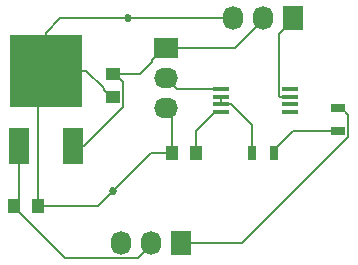
<source format=gtl>
G04 #@! TF.FileFunction,Copper,L1,Top,Signal*
%FSLAX46Y46*%
G04 Gerber Fmt 4.6, Leading zero omitted, Abs format (unit mm)*
G04 Created by KiCad (PCBNEW 4.0.2-stable) date 5/6/2016 11:18:34 AM*
%MOMM*%
G01*
G04 APERTURE LIST*
%ADD10C,0.100000*%
%ADD11R,1.651000X3.048000*%
%ADD12R,6.096000X6.096000*%
%ADD13R,1.000000X1.250000*%
%ADD14R,1.250000X1.000000*%
%ADD15R,1.727200X2.032000*%
%ADD16O,1.727200X2.032000*%
%ADD17R,0.700000X1.300000*%
%ADD18R,1.300000X0.700000*%
%ADD19R,2.032000X1.727200*%
%ADD20O,2.032000X1.727200*%
%ADD21R,1.450000X0.450000*%
%ADD22C,0.685800*%
%ADD23C,0.152400*%
G04 APERTURE END LIST*
D10*
D11*
X171069000Y-94615000D03*
D12*
X173355000Y-88265000D03*
D11*
X175641000Y-94615000D03*
D13*
X170720000Y-99695000D03*
X172720000Y-99695000D03*
D14*
X179070000Y-88535000D03*
X179070000Y-90535000D03*
D13*
X186055000Y-95250000D03*
X184055000Y-95250000D03*
D15*
X194310000Y-83820000D03*
D16*
X191770000Y-83820000D03*
X189230000Y-83820000D03*
D15*
X184785000Y-102870000D03*
D16*
X182245000Y-102870000D03*
X179705000Y-102870000D03*
D17*
X190820000Y-95250000D03*
X192720000Y-95250000D03*
D18*
X198120000Y-93345000D03*
X198120000Y-91445000D03*
D19*
X183515000Y-86360000D03*
D20*
X183515000Y-88900000D03*
X183515000Y-91440000D03*
D21*
X194085000Y-91780000D03*
X194085000Y-91130000D03*
X194085000Y-90480000D03*
X194085000Y-89830000D03*
X188185000Y-89830000D03*
X188185000Y-90480000D03*
X188185000Y-91130000D03*
X188185000Y-91780000D03*
D22*
X180340000Y-83820000D03*
X179070000Y-98425000D03*
D23*
X170720000Y-99695000D02*
X170720000Y-99820000D01*
X170720000Y-99820000D02*
X175014610Y-104114610D01*
X175014610Y-104114610D02*
X181152790Y-104114610D01*
X181152790Y-104114610D02*
X182245000Y-103022400D01*
X182245000Y-103022400D02*
X182245000Y-102870000D01*
X171069000Y-94615000D02*
X171069000Y-99346000D01*
X171069000Y-99346000D02*
X170720000Y-99695000D01*
X183515000Y-86360000D02*
X189382400Y-86360000D01*
X189382400Y-86360000D02*
X191770000Y-83972400D01*
X191770000Y-83972400D02*
X191770000Y-83820000D01*
X179070000Y-88535000D02*
X181340000Y-88535000D01*
X181340000Y-88535000D02*
X182346600Y-87528400D01*
X182346600Y-87528400D02*
X182346600Y-87376000D01*
X182346600Y-87376000D02*
X183362600Y-86360000D01*
X183362600Y-86360000D02*
X183515000Y-86360000D01*
X175641000Y-94615000D02*
X176618900Y-94615000D01*
X176618900Y-94615000D02*
X179923601Y-91310299D01*
X179923601Y-91310299D02*
X179923601Y-89263601D01*
X179923601Y-89263601D02*
X179195000Y-88535000D01*
X179195000Y-88535000D02*
X179070000Y-88535000D01*
X186055000Y-95250000D02*
X186055000Y-93410000D01*
X186055000Y-93410000D02*
X187685000Y-91780000D01*
X187685000Y-91780000D02*
X188185000Y-91780000D01*
X194310000Y-83820000D02*
X194310000Y-83972400D01*
X194310000Y-83972400D02*
X193131399Y-85151001D01*
X193131399Y-85151001D02*
X193131399Y-90403799D01*
X193131399Y-90403799D02*
X193207600Y-90480000D01*
X193207600Y-90480000D02*
X194085000Y-90480000D01*
X198120000Y-91445000D02*
X198420000Y-91445000D01*
X198420000Y-91445000D02*
X198998601Y-92023601D01*
X198998601Y-92023601D02*
X198998601Y-93877881D01*
X198998601Y-93877881D02*
X190006482Y-102870000D01*
X190006482Y-102870000D02*
X185801000Y-102870000D01*
X185801000Y-102870000D02*
X184785000Y-102870000D01*
X188185000Y-90480000D02*
X188185000Y-91130000D01*
X190820000Y-95250000D02*
X190820000Y-92887600D01*
X190820000Y-92887600D02*
X189062400Y-91130000D01*
X189062400Y-91130000D02*
X188185000Y-91130000D01*
X192720000Y-95250000D02*
X192720000Y-94950000D01*
X192720000Y-94950000D02*
X194325000Y-93345000D01*
X194325000Y-93345000D02*
X197317600Y-93345000D01*
X197317600Y-93345000D02*
X198120000Y-93345000D01*
X188185000Y-89830000D02*
X184445000Y-89830000D01*
X184445000Y-89830000D02*
X183515000Y-88900000D01*
X180340000Y-83820000D02*
X174599600Y-83820000D01*
X174599600Y-83820000D02*
X173355000Y-85064600D01*
X173355000Y-85064600D02*
X173355000Y-88265000D01*
X189230000Y-83820000D02*
X174599600Y-83820000D01*
X173355000Y-88265000D02*
X176800000Y-88265000D01*
X176800000Y-88265000D02*
X178292600Y-89757600D01*
X178292600Y-89757600D02*
X178292600Y-89882600D01*
X178945000Y-90535000D02*
X179070000Y-90535000D01*
X178292600Y-89882600D02*
X178945000Y-90535000D01*
X184055000Y-95250000D02*
X184055000Y-91980000D01*
X184055000Y-91980000D02*
X183515000Y-91440000D01*
X184055000Y-95250000D02*
X182245000Y-95250000D01*
X182245000Y-95250000D02*
X179070000Y-98425000D01*
X172720000Y-99695000D02*
X172720000Y-88900000D01*
X172720000Y-88900000D02*
X173355000Y-88265000D01*
X172720000Y-99695000D02*
X177800000Y-99695000D01*
X177800000Y-99695000D02*
X179070000Y-98425000D01*
M02*

</source>
